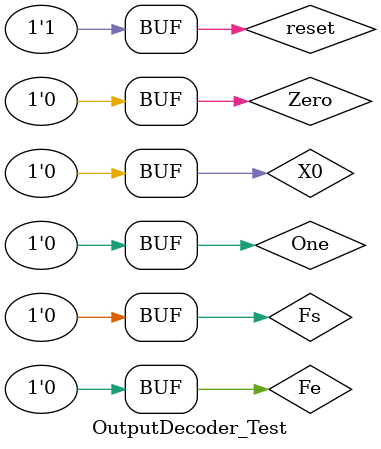
<source format=v>
`timescale 1ns / 1ps


module OutputDecoder_Test;

	// Inputs
	reg Fs;
	reg X0;
	reg Zero;
	reg One;
	reg Fe;
	reg reset;

	// Outputs
	wire Fs_ack;
	wire X0_ack;
	wire Zero_ack;
	wire One_ack;
	wire Fe_ack;
	wire S0;
	wire S1;
	wire D0;
	wire D1;
	wire A;
	wire B;
	wire C;
	wire D;
	wire Ch1Up;
	wire Ch1Down;
	wire Ch2Up;
	wire Ch2Down;

	// Instantiate the Unit Under Test (UUT)
	OutputDecoder uut (
		.Fs(Fs), 
		.X0(X0), 
		.Zero(Zero), 
		.One(One), 
		.Fe(Fe), 
		.reset(reset), 
		.Fs_ack(Fs_ack), 
		.X0_ack(X0_ack), 
		.Zero_ack(Zero_ack), 
		.One_ack(One_ack), 
		.Fe_ack(Fe_ack), 
		.S0(S0), 
		.S1(S1), 
		.D0(D0), 
		.D1(D1), 
		.A(A), 
		.B(B), 
		.C(C), 
		.D(D), 
		.Ch1Up(Ch1Up), 
		.Ch1Down(Ch1Down), 
		.Ch2Up(Ch2Up), 
		.Ch2Down(Ch2Down)
	);

	initial begin
		// Initialize Inputs
		Fs = 0;
		X0 = 0;
		Zero = 0;
		One = 0;
		Fe = 0;
		reset = 0;

		// Wait 100 ns for global reset to finish
		#100;
		reset = 1;
		#100;
		Fs = 1;
		#100;
		One = 1;
		Fs = 0;
		#100;
		One = 0;
		
		X0 = 1;
				
		#100;
		One = 1;
		X0 = 0;
		#100;
		Fe = 1;
		One = 0;
		#100
		Fe = 0;
		#300;
		
        
		// Add stimulus here

	end
      
endmodule


</source>
